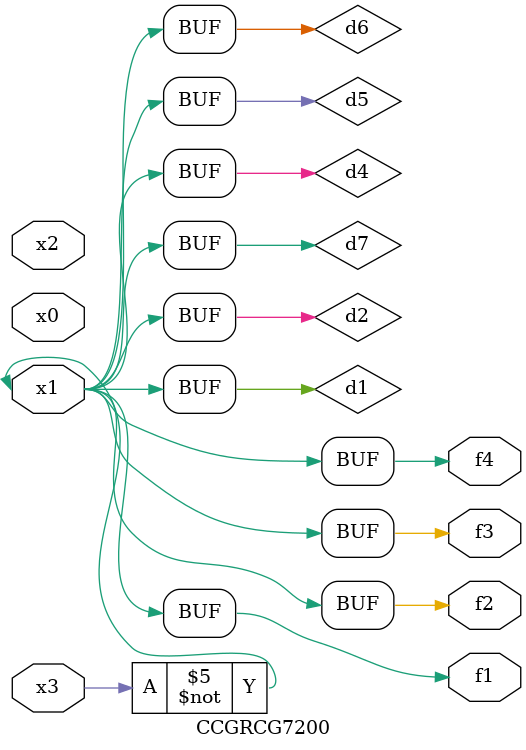
<source format=v>
module CCGRCG7200(
	input x0, x1, x2, x3,
	output f1, f2, f3, f4
);

	wire d1, d2, d3, d4, d5, d6, d7;

	not (d1, x3);
	buf (d2, x1);
	xnor (d3, d1, d2);
	nor (d4, d1);
	buf (d5, d1, d2);
	buf (d6, d4, d5);
	nand (d7, d4);
	assign f1 = d6;
	assign f2 = d7;
	assign f3 = d6;
	assign f4 = d6;
endmodule

</source>
